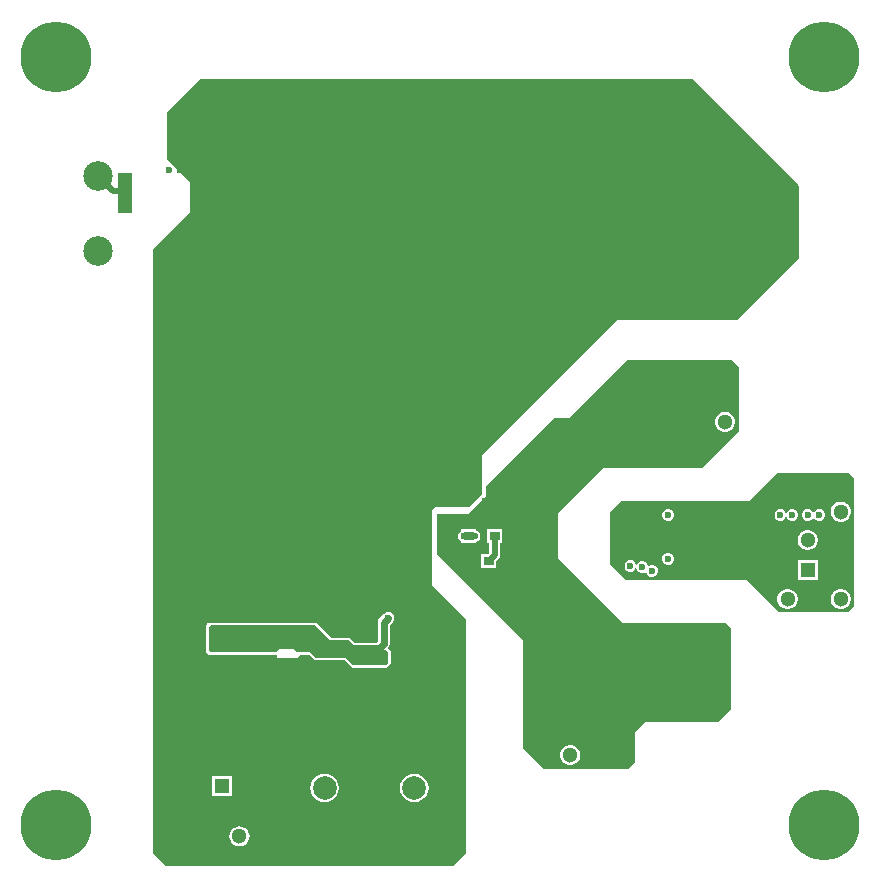
<source format=gbr>
%TF.GenerationSoftware,Altium Limited,Altium Designer,22.9.1 (49)*%
G04 Layer_Physical_Order=4*
G04 Layer_Color=16711680*
%FSLAX45Y45*%
%MOMM*%
%TF.SameCoordinates,E77D5F78-0586-4990-9624-58BD59020D5A*%
%TF.FilePolarity,Positive*%
%TF.FileFunction,Copper,L4,Bot,Signal*%
%TF.Part,Single*%
G01*
G75*
%TA.AperFunction,SMDPad,CuDef*%
%ADD19R,1.45000X1.00000*%
%ADD39R,0.52000X0.52000*%
%TA.AperFunction,Conductor*%
%ADD45C,0.50000*%
%ADD46C,0.30000*%
%TA.AperFunction,ComponentPad*%
%ADD51C,2.50000*%
%ADD52C,1.30000*%
%ADD53C,0.60000*%
%ADD54R,1.30000X1.30000*%
%ADD55R,1.30000X1.30000*%
%ADD56C,1.90500*%
%ADD57C,2.00660*%
%ADD58C,6.00000*%
%TA.AperFunction,ViaPad*%
%ADD59C,0.60000*%
%TA.AperFunction,SMDPad,CuDef*%
%ADD60R,1.25000X3.40000*%
%ADD61R,0.90000X0.80000*%
%TA.AperFunction,Conductor*%
%ADD62C,0.60000*%
G36*
X6279999Y4370000D02*
X6280000Y3830000D01*
X5970000Y3520000D01*
X5125722Y3519999D01*
X4980000Y3374278D01*
X4750000Y3140000D01*
Y2749999D01*
X4975800Y2524199D01*
X5289999Y2210000D01*
X6159999Y2209999D01*
X6210000Y2159999D01*
X6210000Y1479999D01*
X6100000Y1370000D01*
X5490000D01*
X5400000Y1280000D01*
Y1030000D01*
X5339999Y970000D01*
X4630000D01*
X4450000Y1149999D01*
Y2059999D01*
X4199999Y2309999D01*
X4060000Y2449999D01*
X3720000Y2789999D01*
X3720000Y3130000D01*
X3990000D01*
X4130000Y3270000D01*
X4140000Y3280000D01*
Y3370000D01*
X4710000Y3940000D01*
X4840000Y3940000D01*
X5329999Y4430000D01*
X6220000D01*
X6279999Y4370000D01*
D02*
G37*
G36*
X7250000Y3430000D02*
Y2350000D01*
X7200000Y2300000D01*
X6620000D01*
X6350000Y2570000D01*
X5320000D01*
X5190000Y2700000D01*
Y3150000D01*
X5280000Y3240000D01*
X6360000D01*
X6600000Y3480000D01*
X7200000Y3480000D01*
X7250000Y3430000D01*
D02*
G37*
G36*
X6790000Y5910000D02*
Y5300000D01*
X6260000Y4770000D01*
X5250000D01*
X4100000Y3620000D01*
Y3300000D01*
X3990000Y3190000D01*
X3710000D01*
X3680000Y3160000D01*
Y2530000D01*
X3970000Y2240000D01*
Y260000D01*
X3860000Y150000D01*
X1430000D01*
X1320000Y260000D01*
Y5020000D01*
Y5370000D01*
X1630000Y5680000D01*
X1630000Y5939794D01*
X1440000Y6129794D01*
Y6530000D01*
X1720000Y6810000D01*
X5890000D01*
X6790000Y5910000D01*
D02*
G37*
%LPC*%
G36*
X6171190Y3994999D02*
X6148809D01*
X6127191Y3989207D01*
X6107808Y3978016D01*
X6091983Y3962191D01*
X6080792Y3942808D01*
X6075000Y3921190D01*
Y3898809D01*
X6080792Y3877191D01*
X6091983Y3857808D01*
X6107808Y3841983D01*
X6127191Y3830792D01*
X6148809Y3825000D01*
X6171190D01*
X6192808Y3830792D01*
X6212191Y3841983D01*
X6228017Y3857808D01*
X6239207Y3877191D01*
X6244999Y3898809D01*
Y3921190D01*
X6239207Y3942808D01*
X6228017Y3962191D01*
X6212191Y3978016D01*
X6192808Y3989207D01*
X6171190Y3994999D01*
D02*
G37*
G36*
X4055000Y3000000D02*
X3925001D01*
Y2983764D01*
X3921677Y2982388D01*
X3907612Y2968323D01*
X3900000Y2949946D01*
Y2930054D01*
X3907612Y2911677D01*
X3921677Y2897612D01*
X3925001Y2896236D01*
Y2880000D01*
X4055000D01*
Y2892094D01*
X4068323Y2897612D01*
X4082388Y2911677D01*
X4090000Y2930054D01*
Y2949946D01*
X4082388Y2968323D01*
X4068323Y2982388D01*
X4055000Y2987906D01*
Y3000000D01*
D02*
G37*
G36*
X4275000D02*
X4145001D01*
Y2880000D01*
X4164119D01*
Y2799006D01*
X4155113Y2790000D01*
X4095000D01*
Y2670000D01*
X4224999D01*
Y2730113D01*
X4242444Y2747558D01*
X4252390Y2762443D01*
X4255882Y2780001D01*
Y2880000D01*
X4275000D01*
Y3000000D01*
D02*
G37*
G36*
X4861190Y1175000D02*
X4838809D01*
X4817191Y1169207D01*
X4797808Y1158017D01*
X4781983Y1142191D01*
X4770792Y1122809D01*
X4765000Y1101190D01*
Y1078809D01*
X4770792Y1057191D01*
X4781983Y1037809D01*
X4797808Y1021983D01*
X4817191Y1010792D01*
X4838809Y1005000D01*
X4861190D01*
X4882808Y1010792D01*
X4902191Y1021983D01*
X4918016Y1037809D01*
X4929207Y1057191D01*
X4934999Y1078809D01*
Y1101190D01*
X4929207Y1122809D01*
X4918016Y1142191D01*
X4902191Y1158017D01*
X4882808Y1169207D01*
X4861190Y1175000D01*
D02*
G37*
G36*
X6969945Y3170000D02*
X6950054D01*
X6931677Y3162388D01*
X6917612Y3148323D01*
X6910000Y3129946D01*
X6902388Y3148323D01*
X6888323Y3162388D01*
X6869946Y3170000D01*
X6850054D01*
X6831677Y3162388D01*
X6817612Y3148323D01*
X6810000Y3129946D01*
Y3110054D01*
X6817612Y3091677D01*
X6831677Y3077612D01*
X6850054Y3070000D01*
X6869946D01*
X6888323Y3077612D01*
X6902388Y3091677D01*
X6910000Y3110054D01*
X6917612Y3091677D01*
X6931677Y3077612D01*
X6950054Y3070000D01*
X6969945D01*
X6988323Y3077612D01*
X7002388Y3091677D01*
X7010000Y3110054D01*
Y3129946D01*
X7002388Y3148323D01*
X6988323Y3162388D01*
X6969945Y3170000D01*
D02*
G37*
G36*
X6739946D02*
X6720054D01*
X6701677Y3162388D01*
X6687612Y3148323D01*
X6680000Y3129946D01*
Y3110054D01*
X6687612Y3091677D01*
X6701677Y3077612D01*
X6720054Y3070000D01*
X6739946D01*
X6758323Y3077612D01*
X6772388Y3091677D01*
X6780000Y3110054D01*
Y3129946D01*
X6772388Y3148323D01*
X6758323Y3162388D01*
X6739946Y3170000D01*
D02*
G37*
G36*
X6639946D02*
X6620054D01*
X6601677Y3162388D01*
X6587612Y3148323D01*
X6580000Y3129946D01*
Y3110054D01*
X6587612Y3091677D01*
X6601677Y3077612D01*
X6620054Y3070000D01*
X6639946D01*
X6658323Y3077612D01*
X6672388Y3091677D01*
X6680000Y3110054D01*
Y3129946D01*
X6672388Y3148323D01*
X6658323Y3162388D01*
X6639946Y3170000D01*
D02*
G37*
G36*
X5689945Y3170000D02*
X5670054D01*
X5651677Y3162388D01*
X5637612Y3148322D01*
X5630000Y3129945D01*
Y3110054D01*
X5637612Y3091677D01*
X5651677Y3077612D01*
X5670054Y3070000D01*
X5689945D01*
X5708322Y3077612D01*
X5722388Y3091677D01*
X5729999Y3110054D01*
Y3129945D01*
X5722388Y3148322D01*
X5708322Y3162388D01*
X5689945Y3170000D01*
D02*
G37*
G36*
X7151190Y3234999D02*
X7128809D01*
X7107191Y3229207D01*
X7087809Y3218016D01*
X7071983Y3202191D01*
X7060792Y3182808D01*
X7055000Y3161190D01*
Y3138809D01*
X7060792Y3117191D01*
X7071983Y3097808D01*
X7087809Y3081983D01*
X7107191Y3070792D01*
X7128809Y3065000D01*
X7151190D01*
X7172808Y3070792D01*
X7192191Y3081983D01*
X7208017Y3097808D01*
X7219207Y3117191D01*
X7225000Y3138809D01*
Y3161190D01*
X7219207Y3182808D01*
X7208017Y3202191D01*
X7192191Y3218016D01*
X7172808Y3229207D01*
X7151190Y3234999D01*
D02*
G37*
G36*
X6871189Y2995000D02*
X6848809D01*
X6827190Y2989207D01*
X6807808Y2978017D01*
X6791982Y2962191D01*
X6780792Y2942808D01*
X6774999Y2921190D01*
Y2898809D01*
X6780792Y2877191D01*
X6791982Y2857809D01*
X6807808Y2841983D01*
X6827190Y2830792D01*
X6848809Y2825000D01*
X6871189D01*
X6892808Y2830792D01*
X6912190Y2841983D01*
X6928016Y2857809D01*
X6939206Y2877191D01*
X6944999Y2898809D01*
Y2921190D01*
X6939206Y2942808D01*
X6928016Y2962191D01*
X6912190Y2978017D01*
X6892808Y2989207D01*
X6871189Y2995000D01*
D02*
G37*
G36*
X5689945Y2799999D02*
X5670054D01*
X5651677Y2792388D01*
X5637612Y2778322D01*
X5630000Y2759945D01*
Y2740054D01*
X5637612Y2721677D01*
X5651677Y2707612D01*
X5670054Y2700000D01*
X5689945D01*
X5708322Y2707612D01*
X5722388Y2721677D01*
X5729999Y2740054D01*
Y2759945D01*
X5722388Y2778322D01*
X5708322Y2792388D01*
X5689945Y2799999D01*
D02*
G37*
G36*
X5369946Y2740000D02*
X5350054D01*
X5331677Y2732388D01*
X5317612Y2718323D01*
X5310000Y2699946D01*
Y2680054D01*
X5317612Y2661677D01*
X5331677Y2647612D01*
X5350054Y2640000D01*
X5369946D01*
X5388323Y2647612D01*
X5402388Y2661677D01*
X5410000Y2680054D01*
Y2699946D01*
X5402388Y2718323D01*
X5388323Y2732388D01*
X5369946Y2740000D01*
D02*
G37*
G36*
X5469946Y2730000D02*
X5450054D01*
X5431677Y2722388D01*
X5417612Y2708323D01*
X5410000Y2689946D01*
Y2670054D01*
X5417612Y2651677D01*
X5431677Y2637612D01*
X5450054Y2630000D01*
X5469946D01*
X5488323Y2637612D01*
X5490224Y2639513D01*
X5497612Y2621677D01*
X5511677Y2607612D01*
X5530054Y2600000D01*
X5549946D01*
X5568323Y2607612D01*
X5582388Y2621677D01*
X5590000Y2640054D01*
Y2659946D01*
X5582388Y2678323D01*
X5568323Y2692388D01*
X5549946Y2700000D01*
X5530054D01*
X5511677Y2692388D01*
X5509776Y2690487D01*
X5502388Y2708323D01*
X5488323Y2722388D01*
X5469946Y2730000D01*
D02*
G37*
G36*
X6944999Y2741000D02*
X6774999D01*
Y2571000D01*
X6944999D01*
Y2741000D01*
D02*
G37*
G36*
X6701160Y2494999D02*
X6678779D01*
X6657160Y2489207D01*
X6637778Y2478016D01*
X6621952Y2462190D01*
X6610762Y2442808D01*
X6604969Y2421190D01*
Y2398809D01*
X6610762Y2377191D01*
X6621952Y2357808D01*
X6637778Y2341982D01*
X6657160Y2330792D01*
X6678779Y2324999D01*
X6701160D01*
X6722778Y2330792D01*
X6742160Y2341982D01*
X6757986Y2357808D01*
X6769176Y2377191D01*
X6774969Y2398809D01*
Y2421190D01*
X6769176Y2442808D01*
X6757986Y2462190D01*
X6742160Y2478016D01*
X6722778Y2489207D01*
X6701160Y2494999D01*
D02*
G37*
G36*
X7151191Y2494999D02*
X7128810D01*
X7107192Y2489206D01*
X7087809Y2478016D01*
X7071983Y2462190D01*
X7060793Y2442807D01*
X7055000Y2421189D01*
Y2398808D01*
X7060793Y2377190D01*
X7071983Y2357808D01*
X7087809Y2341982D01*
X7107192Y2330791D01*
X7128810Y2324999D01*
X7151191D01*
X7172809Y2330791D01*
X7192191Y2341982D01*
X7208017Y2357808D01*
X7219208Y2377190D01*
X7225000Y2398808D01*
Y2421189D01*
X7219208Y2442807D01*
X7208017Y2462190D01*
X7192191Y2478016D01*
X7172809Y2489206D01*
X7151191Y2494999D01*
D02*
G37*
G36*
X3310000Y2300980D02*
X3293727Y2297743D01*
X3290491Y2297099D01*
X3273952Y2286048D01*
X3233952Y2246048D01*
X3222901Y2229509D01*
X3219020Y2210000D01*
Y2051117D01*
X3208296Y2040392D01*
X3028446D01*
X2994419Y2074419D01*
X2987804Y2078840D01*
X2980000Y2080392D01*
X2828447D01*
X2704419Y2204419D01*
X2697803Y2208840D01*
X2690000Y2210392D01*
X1790000Y2210392D01*
X1782196Y2208839D01*
X1775581Y2204419D01*
X1771160Y2197803D01*
X1769608Y2190000D01*
Y1960000D01*
X1771160Y1952196D01*
X1775581Y1945581D01*
X1782196Y1941160D01*
X1790000Y1939608D01*
X2360000D01*
X2360000D01*
D01*
X2367804Y1941160D01*
X2370000Y1942628D01*
Y1910000D01*
X2540000D01*
X2569608Y1939608D01*
X2641553D01*
X2685581Y1895581D01*
X2692196Y1891160D01*
X2700000Y1889608D01*
X2941553D01*
X2942690Y1888471D01*
X2942691Y1888471D01*
Y1888470D01*
X2944832Y1887040D01*
X2957040Y1874832D01*
X2958470Y1872691D01*
X2958471Y1872691D01*
X2958471Y1872690D01*
X2995581Y1835581D01*
X3002196Y1831160D01*
X3010000Y1829608D01*
X3082739D01*
X3086200Y1828920D01*
X3089660Y1829608D01*
X3209739D01*
X3213200Y1828920D01*
X3216660Y1829608D01*
X3290000D01*
X3297804Y1831160D01*
X3304419Y1835581D01*
X3324419Y1855581D01*
X3328840Y1862196D01*
X3330392Y1870000D01*
Y1960000D01*
X3328840Y1967804D01*
X3324419Y1974419D01*
X3305467Y1993371D01*
X3306048Y1993952D01*
X3317099Y2010491D01*
X3320980Y2030000D01*
Y2188884D01*
X3346048Y2213952D01*
X3357099Y2230491D01*
X3357743Y2233728D01*
X3360980Y2250000D01*
X3357099Y2269509D01*
X3346048Y2286048D01*
X3329509Y2297099D01*
X3310000Y2300980D01*
D02*
G37*
G36*
X1984999Y914999D02*
X1815000D01*
Y744999D01*
X1984999D01*
Y914999D01*
D02*
G37*
G36*
X3530000Y931368D02*
X3498587Y927232D01*
X3469316Y915107D01*
X3444180Y895820D01*
X3424892Y870684D01*
X3412767Y841412D01*
X3408631Y809999D01*
X3412767Y778587D01*
X3424892Y749315D01*
X3444180Y724179D01*
X3469316Y704891D01*
X3498587Y692767D01*
X3530000Y688631D01*
X3561412Y692767D01*
X3590684Y704891D01*
X3615820Y724179D01*
X3635108Y749315D01*
X3647232Y778587D01*
X3651368Y809999D01*
X3647232Y841412D01*
X3635108Y870684D01*
X3615820Y895820D01*
X3590684Y915107D01*
X3561412Y927232D01*
X3530000Y931368D01*
D02*
G37*
G36*
X2770000D02*
X2738587Y927232D01*
X2709316Y915107D01*
X2684180Y895820D01*
X2664892Y870684D01*
X2652767Y841412D01*
X2648631Y809999D01*
X2652767Y778587D01*
X2664892Y749315D01*
X2684180Y724179D01*
X2709316Y704891D01*
X2738587Y692767D01*
X2770000Y688631D01*
X2801412Y692767D01*
X2830684Y704891D01*
X2855820Y724179D01*
X2875108Y749315D01*
X2887232Y778587D01*
X2891368Y809999D01*
X2887232Y841412D01*
X2875108Y870684D01*
X2855820Y895820D01*
X2830684Y915107D01*
X2801412Y927232D01*
X2770000Y931368D01*
D02*
G37*
G36*
X2050000Y485733D02*
X2027811Y482812D01*
X2007133Y474247D01*
X1989377Y460623D01*
X1975753Y442867D01*
X1967188Y422189D01*
X1964267Y400000D01*
X1967188Y377811D01*
X1975753Y357133D01*
X1989377Y339377D01*
X2007133Y325753D01*
X2027811Y317188D01*
X2050000Y314267D01*
X2072189Y317188D01*
X2092867Y325753D01*
X2110623Y339377D01*
X2124247Y357133D01*
X2132812Y377811D01*
X2135733Y400000D01*
X2132812Y422189D01*
X2124247Y442867D01*
X2110623Y460623D01*
X2092867Y474247D01*
X2072189Y482812D01*
X2050000Y485733D01*
D02*
G37*
%LPD*%
G36*
X2689847Y2189631D02*
X2691419Y2188581D01*
X2820000Y2060000D01*
X2977992D01*
X2979847Y2059631D01*
X2981419Y2058581D01*
X3014026Y2025973D01*
X3014027Y2025973D01*
X3014028Y2025972D01*
X3020000Y2020000D01*
X3230000D01*
X3270000Y1980000D01*
X3290000D01*
X3291048Y1978952D01*
X3308581Y1961419D01*
X3309631Y1959848D01*
X3310000Y1957992D01*
Y1872008D01*
X3309631Y1870153D01*
X3308581Y1868581D01*
X3291419Y1851419D01*
X3289848Y1850369D01*
X3287992Y1850000D01*
X3012008D01*
X3010153Y1850369D01*
X3008581Y1851419D01*
X2974310Y1885690D01*
X2973996Y1886160D01*
X2972780Y1887376D01*
X2972388Y1888323D01*
X2958323Y1902388D01*
X2957376Y1902780D01*
X2956161Y1903996D01*
X2955690Y1904310D01*
X2950000Y1910000D01*
X2702008D01*
X2700153Y1910369D01*
X2698581Y1911419D01*
X2655973Y1954027D01*
X2650000Y1960000D01*
X2569609D01*
X2569608Y1960000D01*
X2569606Y1960000D01*
X2540000D01*
X2510000Y1990000D01*
X2390000D01*
X2360499Y1960498D01*
X2357992Y1960000D01*
X1810000D01*
X1790000Y1980000D01*
Y2170000D01*
X1790000D01*
X1810000Y2190000D01*
X2687992Y2190000D01*
X2689847Y2189631D01*
D02*
G37*
D19*
X2449999Y1854999D02*
D03*
Y2044999D02*
D03*
D39*
X2600000Y1991000D02*
D03*
Y1909000D02*
D03*
D45*
X4180000Y2750000D02*
X4210000Y2780001D01*
Y2940000D01*
X4160000Y2730000D02*
X4165000D01*
X4180000Y2745000D01*
Y2750000D01*
X1069294Y5865707D02*
X1085001Y5849999D01*
X854999Y5987500D02*
X976791Y5865707D01*
X1069294D01*
X854998Y5987500D02*
X854999D01*
X860000Y5980000D02*
X860000D01*
D46*
X3980001Y2940000D02*
X4040000D01*
X3950000D02*
X3950000Y2940000D01*
X3980000D01*
X3980001Y2940000D01*
D51*
X2537500Y6659999D02*
D03*
X1902500D02*
D03*
X854998Y5987500D02*
D03*
Y5352500D02*
D03*
D52*
X3599970Y6300000D02*
D03*
X1700000Y829999D02*
D03*
X2050000Y400000D02*
D03*
X1540000D02*
D03*
X4579978Y3630000D02*
D03*
X5989977Y5799999D02*
D03*
X3700000Y1500000D02*
D03*
X6859999Y2910000D02*
D03*
X7140000Y2409999D02*
D03*
X2600000Y1500000D02*
D03*
X6689969Y2409999D02*
D03*
X5849958Y1519998D02*
D03*
X1979961Y4499998D02*
D03*
X4619962Y4399998D02*
D03*
X5919964Y4299998D02*
D03*
X2599965Y2300000D02*
D03*
X4849999Y1090000D02*
D03*
X6160000Y3910000D02*
D03*
X5279999Y1090000D02*
D03*
X6159999Y4300000D02*
D03*
X4400000Y2239999D02*
D03*
X6359999Y3059999D02*
D03*
X3700000Y2300000D02*
D03*
X7140000Y3380000D02*
D03*
X7140000Y3150000D02*
D03*
D53*
X3110000Y2090000D02*
D03*
X3190000D02*
D03*
Y2169999D02*
D03*
X3110000D02*
D03*
D54*
X1900000Y829999D02*
D03*
D55*
X6859999Y2656000D02*
D03*
D56*
X3785270Y1065269D02*
D03*
Y554729D02*
D03*
X3274730D02*
D03*
Y1065269D02*
D03*
X3025270D02*
D03*
Y554729D02*
D03*
X2514730Y1065269D02*
D03*
Y554729D02*
D03*
D57*
X3530000Y809999D02*
D03*
X2770000D02*
D03*
D58*
X500000Y7000000D02*
D03*
X7000000D02*
D03*
X500000Y500000D02*
D03*
X7000000D02*
D03*
D59*
X3310000Y2250000D02*
D03*
X3150001Y6600000D02*
D03*
X5850000D02*
D03*
X5550001D02*
D03*
X4350000D02*
D03*
X4050000D02*
D03*
X3750000D02*
D03*
X3450000D02*
D03*
X4650000D02*
D03*
X4950000D02*
D03*
X5250000D02*
D03*
X2249999Y6599998D02*
D03*
X1649999D02*
D03*
X4190000Y3280000D02*
D03*
X4650000Y3150000D02*
D03*
X5070000Y2220000D02*
D03*
X5170000Y6110000D02*
D03*
X1550000Y6040000D02*
D03*
X1700000Y6110000D02*
D03*
X1650000Y6040000D02*
D03*
X1500000Y6110000D02*
D03*
X1600000D02*
D03*
X1450000Y6040000D02*
D03*
X1750000D02*
D03*
X2020000Y6110000D02*
D03*
X1810000Y6110000D02*
D03*
X2070000Y6040000D02*
D03*
X1870000D02*
D03*
X1970000D02*
D03*
X2120000Y6110000D02*
D03*
X1920000D02*
D03*
X2170000Y6040000D02*
D03*
X2230000Y6110000D02*
D03*
X2340000Y6110000D02*
D03*
X2290000Y6040000D02*
D03*
X2440000Y6110000D02*
D03*
X2590000Y6040000D02*
D03*
X2390000D02*
D03*
X2540000Y6110000D02*
D03*
X2490000Y6040000D02*
D03*
X2650000Y6110000D02*
D03*
X3070000D02*
D03*
X3490000D02*
D03*
X4750000D02*
D03*
X4330000D02*
D03*
X3910000D02*
D03*
X6150000Y5090000D02*
D03*
X2400000Y2700000D02*
D03*
X6599998Y5699998D02*
D03*
X6299998Y6299998D02*
D03*
X6449998Y5999998D02*
D03*
X6299998Y5699998D02*
D03*
X5999998Y6299998D02*
D03*
X6149998Y5999998D02*
D03*
X5699998Y6299998D02*
D03*
X5849998Y5999998D02*
D03*
X5399998Y6299998D02*
D03*
X5099998D02*
D03*
X4799999D02*
D03*
X4499999D02*
D03*
X4199999D02*
D03*
X3899999D02*
D03*
Y2099999D02*
D03*
Y1500000D02*
D03*
Y300000D02*
D03*
X3599999Y2099999D02*
D03*
X3749999Y1799999D02*
D03*
X3599999Y300000D02*
D03*
X3299999Y6299998D02*
D03*
Y300000D02*
D03*
X2999999Y6299998D02*
D03*
Y300000D02*
D03*
X2699999Y6299998D02*
D03*
Y300000D02*
D03*
X2399999Y6299998D02*
D03*
Y1500000D02*
D03*
Y300000D02*
D03*
X2099999Y6299998D02*
D03*
Y3899999D02*
D03*
Y3299999D02*
D03*
X2249999Y2999999D02*
D03*
X2099999Y2699999D02*
D03*
X2249999Y2399999D02*
D03*
X1799999Y6299998D02*
D03*
Y4499999D02*
D03*
X1949999Y4199999D02*
D03*
X1799999Y3899999D02*
D03*
X1949999Y3599999D02*
D03*
X1799999Y3299999D02*
D03*
X1949999Y2999999D02*
D03*
X1799999Y2699999D02*
D03*
X1949999Y2399999D02*
D03*
X1799999Y300000D02*
D03*
X1500000Y6299998D02*
D03*
Y4499999D02*
D03*
X1649999Y4199999D02*
D03*
X1500000Y3899999D02*
D03*
X1649999Y3599999D02*
D03*
X1500000Y3299999D02*
D03*
X1649999Y2999999D02*
D03*
X1500000Y2699999D02*
D03*
X1649999Y2399999D02*
D03*
X1500000Y2099999D02*
D03*
X6150000Y4830000D02*
D03*
X5850000D02*
D03*
X5550000D02*
D03*
X5270000Y4830000D02*
D03*
X5700000Y4960000D02*
D03*
X5990000D02*
D03*
X6300000D02*
D03*
X7190000Y2940000D02*
D03*
Y2740000D02*
D03*
X6920000Y2480000D02*
D03*
Y2360000D02*
D03*
X2680000Y2740000D02*
D03*
X3630000Y2660000D02*
D03*
X2680000D02*
D03*
X3390000Y2520000D02*
D03*
X3470000D02*
D03*
X3550000D02*
D03*
X2920000D02*
D03*
X2840000D02*
D03*
X2760000D02*
D03*
X2720000Y2590000D02*
D03*
X3590000D02*
D03*
X4100000Y2560000D02*
D03*
Y2640000D02*
D03*
Y2470000D02*
D03*
X4180000Y2560000D02*
D03*
X4300000Y3420000D02*
D03*
Y2300000D02*
D03*
X4310000Y2380000D02*
D03*
X4230000Y2360000D02*
D03*
X4170000Y2410000D02*
D03*
X4580000Y2060000D02*
D03*
X4590000Y1860000D02*
D03*
X4580000Y1410000D02*
D03*
X4490000D02*
D03*
Y1630000D02*
D03*
X4500000Y1860000D02*
D03*
X4530000Y2260000D02*
D03*
X4500000Y2060000D02*
D03*
X4640000Y3760000D02*
D03*
X4720000Y3810000D02*
D03*
Y3710000D02*
D03*
X4780000Y3520000D02*
D03*
X4660000D02*
D03*
X4710000Y3450000D02*
D03*
X4610000D02*
D03*
X4130000Y3240000D02*
D03*
Y3080000D02*
D03*
X4210000Y3160000D02*
D03*
X4130000D02*
D03*
X3750000Y2850000D02*
D03*
X3810000Y3050000D02*
D03*
X3750000Y3090000D02*
D03*
X4230000Y3350000D02*
D03*
X4040000Y2940000D02*
D03*
X3950000D02*
D03*
X3810000Y2970000D02*
D03*
X3630000Y2740000D02*
D03*
X3810000Y2890000D02*
D03*
X3750000Y2930000D02*
D03*
X4820000Y4430000D02*
D03*
X5060000Y4790000D02*
D03*
X4560000Y4210000D02*
D03*
X4730000Y4550000D02*
D03*
X4940000D02*
D03*
X6450000Y3240000D02*
D03*
X5820000Y3200000D02*
D03*
X5990000D02*
D03*
X6170000D02*
D03*
X6510000Y2700000D02*
D03*
X6320000D02*
D03*
X6120000D02*
D03*
X5920000D02*
D03*
X5590000Y2750000D02*
D03*
X1370000Y400000D02*
D03*
X1700000D02*
D03*
X1370000Y570000D02*
D03*
X1700000D02*
D03*
X1540000D02*
D03*
X5460000Y2680000D02*
D03*
X2610000Y3000000D02*
D03*
X2430000D02*
D03*
X2520000D02*
D03*
X2470000Y2250000D02*
D03*
X2190000Y1900000D02*
D03*
X2230000Y2240000D02*
D03*
X3270000Y1950000D02*
D03*
X3030000D02*
D03*
X2960000Y6110000D02*
D03*
X2760000D02*
D03*
X2860000D02*
D03*
X3380000D02*
D03*
X3180000D02*
D03*
X3280000D02*
D03*
X3800000D02*
D03*
X3600000D02*
D03*
X3700000D02*
D03*
X4220000D02*
D03*
X4020000D02*
D03*
X4120000D02*
D03*
X4640000D02*
D03*
X4440000D02*
D03*
X4540000D02*
D03*
X5060000D02*
D03*
X4860000D02*
D03*
X4960000D02*
D03*
X5380000D02*
D03*
X5280000D02*
D03*
X5480000D02*
D03*
X5530000Y6040000D02*
D03*
X5330000D02*
D03*
X5430000D02*
D03*
X5230000D02*
D03*
X4490000D02*
D03*
X4690000D02*
D03*
X4590000D02*
D03*
X4390000D02*
D03*
X3970000D02*
D03*
X4070000D02*
D03*
X4170000D02*
D03*
X4270000D02*
D03*
X3230000D02*
D03*
X3130000D02*
D03*
X3330000D02*
D03*
X3430000D02*
D03*
X3750000D02*
D03*
X4910000D02*
D03*
X2810000D02*
D03*
X2710000D02*
D03*
X5110000D02*
D03*
X3850000D02*
D03*
X3010000D02*
D03*
X3550000D02*
D03*
X3650000D02*
D03*
X4810000D02*
D03*
X2910000D02*
D03*
X5010000D02*
D03*
X5680000Y2750000D02*
D03*
X5540000Y2650000D02*
D03*
X5360000Y2690000D02*
D03*
X6630000Y3120000D02*
D03*
X6730000D02*
D03*
X6860000D02*
D03*
X6960000D02*
D03*
X6330000Y5540000D02*
D03*
X6420000D02*
D03*
X6510000D02*
D03*
X6240000D02*
D03*
X5060000Y4870000D02*
D03*
X4970000D02*
D03*
X4880000D02*
D03*
X1630000Y1180000D02*
D03*
Y1270000D02*
D03*
X1550000Y1420000D02*
D03*
X1630000Y1370000D02*
D03*
X2230000Y1420000D02*
D03*
X2310000Y1120000D02*
D03*
Y1320000D02*
D03*
X3370000Y1860000D02*
D03*
X2930000D02*
D03*
X2600000Y2140000D02*
D03*
Y1840000D02*
D03*
X2500000Y1770000D02*
D03*
X2400000D02*
D03*
X2300000D02*
D03*
Y1860000D02*
D03*
X2400000Y2140000D02*
D03*
X2300000D02*
D03*
Y2030000D02*
D03*
X2500000Y2140000D02*
D03*
X2600000Y2050000D02*
D03*
X5290000Y3940000D02*
D03*
X6040000Y4100000D02*
D03*
X5550000Y3580000D02*
D03*
X5950000D02*
D03*
X5750000D02*
D03*
X5700000Y3980000D02*
D03*
X5340000Y4010000D02*
D03*
X4720000Y3610000D02*
D03*
X4510000Y3510000D02*
D03*
X5170000Y1270000D02*
D03*
Y1350000D02*
D03*
X5040000Y2410000D02*
D03*
Y2320000D02*
D03*
X6110000Y1470000D02*
D03*
X6020000D02*
D03*
X4590000Y2310000D02*
D03*
X4570000Y1630000D02*
D03*
X4510000Y1310000D02*
D03*
Y1510000D02*
D03*
Y1760000D02*
D03*
Y1960000D02*
D03*
Y2160000D02*
D03*
X4410000Y2360000D02*
D03*
X4530000D02*
D03*
X4390000Y3510000D02*
D03*
X2800000Y2590000D02*
D03*
X2880000D02*
D03*
X2960000D02*
D03*
X3040000D02*
D03*
X3510000Y2590000D02*
D03*
X3270000D02*
D03*
X3350000D02*
D03*
X3430000D02*
D03*
X5760000Y2650000D02*
D03*
X5470000Y3210000D02*
D03*
X5370000D02*
D03*
X5230000Y3130000D02*
D03*
Y3030000D02*
D03*
Y2930000D02*
D03*
Y2830000D02*
D03*
Y2730000D02*
D03*
X4650000D02*
D03*
Y2830000D02*
D03*
Y2930000D02*
D03*
Y3040000D02*
D03*
X3080000Y2660000D02*
D03*
X3550000D02*
D03*
X3470000D02*
D03*
X3390000D02*
D03*
X3310000D02*
D03*
X2760000D02*
D03*
X2840000D02*
D03*
X2920000D02*
D03*
X3000000D02*
D03*
X3230000D02*
D03*
X6630000Y3430000D02*
D03*
X6730000D02*
D03*
X6960000D02*
D03*
X6860000D02*
D03*
X3750000Y3010000D02*
D03*
X5590000Y3120000D02*
D03*
X5680000D02*
D03*
X3071841Y2355042D02*
D03*
X3086200Y1879899D02*
D03*
X3213200D02*
D03*
X3088042Y1756441D02*
D03*
X3208042D02*
D03*
X2968042D02*
D03*
X3298042Y1416441D02*
D03*
X3150000Y2355042D02*
D03*
X2908042Y1506441D02*
D03*
X2928042Y1436441D02*
D03*
X3224241Y2355042D02*
D03*
X3388042Y1506441D02*
D03*
X3328042Y1756441D02*
D03*
X3368042Y1436441D02*
D03*
X2998042Y1416441D02*
D03*
D60*
X1085001Y5849999D02*
D03*
X1694998D02*
D03*
D61*
X4160000Y2730000D02*
D03*
X3939999D02*
D03*
X3990000Y2940000D02*
D03*
X4210000D02*
D03*
D62*
X3270000Y2210000D02*
X3310000Y2250000D01*
X3270000Y2030000D02*
Y2210000D01*
X3200000Y1960000D02*
X3270000Y2030000D01*
%TF.MD5,1ed63c195e60697c867f8ee0d1fe033d*%
M02*

</source>
